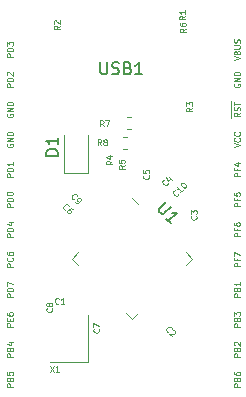
<source format=gbr>
G04 #@! TF.GenerationSoftware,KiCad,Pcbnew,5.1.5+dfsg1-2build2*
G04 #@! TF.CreationDate,2020-11-29T01:09:51-05:00*
G04 #@! TF.ProjectId,goldfish,676f6c64-6669-4736-982e-6b696361645f,rev?*
G04 #@! TF.SameCoordinates,Original*
G04 #@! TF.FileFunction,Legend,Top*
G04 #@! TF.FilePolarity,Positive*
%FSLAX46Y46*%
G04 Gerber Fmt 4.6, Leading zero omitted, Abs format (unit mm)*
G04 Created by KiCad (PCBNEW 5.1.5+dfsg1-2build2) date 2020-11-29 01:09:51*
%MOMM*%
%LPD*%
G04 APERTURE LIST*
%ADD10C,0.120000*%
%ADD11C,0.125000*%
%ADD12C,0.150000*%
G04 APERTURE END LIST*
D10*
X26945000Y-53750000D02*
X26945000Y-49750000D01*
X23795000Y-53750000D02*
X26945000Y-53750000D01*
X26970000Y-37740000D02*
X24970000Y-37740000D01*
X26970000Y-37740000D02*
X26970000Y-34540000D01*
X24970000Y-34540000D02*
X24970000Y-37740000D01*
X30286267Y-34710000D02*
X29943733Y-34710000D01*
X30286267Y-35730000D02*
X29943733Y-35730000D01*
X30253733Y-34060000D02*
X30596267Y-34060000D01*
X30253733Y-33040000D02*
X30596267Y-33040000D01*
X31212652Y-40407341D02*
X30700000Y-39894689D01*
X30700000Y-50105311D02*
X31212652Y-49592659D01*
X30187348Y-49592659D02*
X30700000Y-50105311D01*
X25594689Y-45000000D02*
X26107341Y-44487348D01*
X26107341Y-45512652D02*
X25594689Y-45000000D01*
X35805311Y-45000000D02*
X35292659Y-45512652D01*
X35292659Y-44487348D02*
X35805311Y-45000000D01*
D11*
X39346190Y-28216666D02*
X39846190Y-28050000D01*
X39346190Y-27883333D01*
X39584285Y-27550000D02*
X39608095Y-27478571D01*
X39631904Y-27454761D01*
X39679523Y-27430952D01*
X39750952Y-27430952D01*
X39798571Y-27454761D01*
X39822380Y-27478571D01*
X39846190Y-27526190D01*
X39846190Y-27716666D01*
X39346190Y-27716666D01*
X39346190Y-27550000D01*
X39370000Y-27502380D01*
X39393809Y-27478571D01*
X39441428Y-27454761D01*
X39489047Y-27454761D01*
X39536666Y-27478571D01*
X39560476Y-27502380D01*
X39584285Y-27550000D01*
X39584285Y-27716666D01*
X39346190Y-27216666D02*
X39750952Y-27216666D01*
X39798571Y-27192857D01*
X39822380Y-27169047D01*
X39846190Y-27121428D01*
X39846190Y-27026190D01*
X39822380Y-26978571D01*
X39798571Y-26954761D01*
X39750952Y-26930952D01*
X39346190Y-26930952D01*
X39822380Y-26716666D02*
X39846190Y-26645238D01*
X39846190Y-26526190D01*
X39822380Y-26478571D01*
X39798571Y-26454761D01*
X39750952Y-26430952D01*
X39703333Y-26430952D01*
X39655714Y-26454761D01*
X39631904Y-26478571D01*
X39608095Y-26526190D01*
X39584285Y-26621428D01*
X39560476Y-26669047D01*
X39536666Y-26692857D01*
X39489047Y-26716666D01*
X39441428Y-26716666D01*
X39393809Y-26692857D01*
X39370000Y-26669047D01*
X39346190Y-26621428D01*
X39346190Y-26502380D01*
X39370000Y-26430952D01*
X39370000Y-30220952D02*
X39346190Y-30268571D01*
X39346190Y-30340000D01*
X39370000Y-30411428D01*
X39417619Y-30459047D01*
X39465238Y-30482857D01*
X39560476Y-30506666D01*
X39631904Y-30506666D01*
X39727142Y-30482857D01*
X39774761Y-30459047D01*
X39822380Y-30411428D01*
X39846190Y-30340000D01*
X39846190Y-30292380D01*
X39822380Y-30220952D01*
X39798571Y-30197142D01*
X39631904Y-30197142D01*
X39631904Y-30292380D01*
X39846190Y-29982857D02*
X39346190Y-29982857D01*
X39846190Y-29697142D01*
X39346190Y-29697142D01*
X39846190Y-29459047D02*
X39346190Y-29459047D01*
X39346190Y-29340000D01*
X39370000Y-29268571D01*
X39417619Y-29220952D01*
X39465238Y-29197142D01*
X39560476Y-29173333D01*
X39631904Y-29173333D01*
X39727142Y-29197142D01*
X39774761Y-29220952D01*
X39822380Y-29268571D01*
X39846190Y-29340000D01*
X39846190Y-29459047D01*
X39097500Y-33058571D02*
X39097500Y-32558571D01*
X39846190Y-32653809D02*
X39608095Y-32820476D01*
X39846190Y-32939523D02*
X39346190Y-32939523D01*
X39346190Y-32749047D01*
X39370000Y-32701428D01*
X39393809Y-32677619D01*
X39441428Y-32653809D01*
X39512857Y-32653809D01*
X39560476Y-32677619D01*
X39584285Y-32701428D01*
X39608095Y-32749047D01*
X39608095Y-32939523D01*
X39097500Y-32558571D02*
X39097500Y-32082380D01*
X39822380Y-32463333D02*
X39846190Y-32391904D01*
X39846190Y-32272857D01*
X39822380Y-32225238D01*
X39798571Y-32201428D01*
X39750952Y-32177619D01*
X39703333Y-32177619D01*
X39655714Y-32201428D01*
X39631904Y-32225238D01*
X39608095Y-32272857D01*
X39584285Y-32368095D01*
X39560476Y-32415714D01*
X39536666Y-32439523D01*
X39489047Y-32463333D01*
X39441428Y-32463333D01*
X39393809Y-32439523D01*
X39370000Y-32415714D01*
X39346190Y-32368095D01*
X39346190Y-32249047D01*
X39370000Y-32177619D01*
X39097500Y-32082380D02*
X39097500Y-31701428D01*
X39346190Y-32034761D02*
X39346190Y-31749047D01*
X39846190Y-31891904D02*
X39346190Y-31891904D01*
X39346190Y-35586666D02*
X39846190Y-35420000D01*
X39346190Y-35253333D01*
X39798571Y-34800952D02*
X39822380Y-34824761D01*
X39846190Y-34896190D01*
X39846190Y-34943809D01*
X39822380Y-35015238D01*
X39774761Y-35062857D01*
X39727142Y-35086666D01*
X39631904Y-35110476D01*
X39560476Y-35110476D01*
X39465238Y-35086666D01*
X39417619Y-35062857D01*
X39370000Y-35015238D01*
X39346190Y-34943809D01*
X39346190Y-34896190D01*
X39370000Y-34824761D01*
X39393809Y-34800952D01*
X39798571Y-34300952D02*
X39822380Y-34324761D01*
X39846190Y-34396190D01*
X39846190Y-34443809D01*
X39822380Y-34515238D01*
X39774761Y-34562857D01*
X39727142Y-34586666D01*
X39631904Y-34610476D01*
X39560476Y-34610476D01*
X39465238Y-34586666D01*
X39417619Y-34562857D01*
X39370000Y-34515238D01*
X39346190Y-34443809D01*
X39346190Y-34396190D01*
X39370000Y-34324761D01*
X39393809Y-34300952D01*
X39846190Y-38043333D02*
X39346190Y-38043333D01*
X39346190Y-37852857D01*
X39370000Y-37805238D01*
X39393809Y-37781428D01*
X39441428Y-37757619D01*
X39512857Y-37757619D01*
X39560476Y-37781428D01*
X39584285Y-37805238D01*
X39608095Y-37852857D01*
X39608095Y-38043333D01*
X39584285Y-37376666D02*
X39584285Y-37543333D01*
X39846190Y-37543333D02*
X39346190Y-37543333D01*
X39346190Y-37305238D01*
X39512857Y-36900476D02*
X39846190Y-36900476D01*
X39322380Y-37019523D02*
X39679523Y-37138571D01*
X39679523Y-36829047D01*
X39846190Y-40583333D02*
X39346190Y-40583333D01*
X39346190Y-40392857D01*
X39370000Y-40345238D01*
X39393809Y-40321428D01*
X39441428Y-40297619D01*
X39512857Y-40297619D01*
X39560476Y-40321428D01*
X39584285Y-40345238D01*
X39608095Y-40392857D01*
X39608095Y-40583333D01*
X39584285Y-39916666D02*
X39584285Y-40083333D01*
X39846190Y-40083333D02*
X39346190Y-40083333D01*
X39346190Y-39845238D01*
X39346190Y-39416666D02*
X39346190Y-39654761D01*
X39584285Y-39678571D01*
X39560476Y-39654761D01*
X39536666Y-39607142D01*
X39536666Y-39488095D01*
X39560476Y-39440476D01*
X39584285Y-39416666D01*
X39631904Y-39392857D01*
X39750952Y-39392857D01*
X39798571Y-39416666D01*
X39822380Y-39440476D01*
X39846190Y-39488095D01*
X39846190Y-39607142D01*
X39822380Y-39654761D01*
X39798571Y-39678571D01*
X39846190Y-43123333D02*
X39346190Y-43123333D01*
X39346190Y-42932857D01*
X39370000Y-42885238D01*
X39393809Y-42861428D01*
X39441428Y-42837619D01*
X39512857Y-42837619D01*
X39560476Y-42861428D01*
X39584285Y-42885238D01*
X39608095Y-42932857D01*
X39608095Y-43123333D01*
X39584285Y-42456666D02*
X39584285Y-42623333D01*
X39846190Y-42623333D02*
X39346190Y-42623333D01*
X39346190Y-42385238D01*
X39346190Y-41980476D02*
X39346190Y-42075714D01*
X39370000Y-42123333D01*
X39393809Y-42147142D01*
X39465238Y-42194761D01*
X39560476Y-42218571D01*
X39750952Y-42218571D01*
X39798571Y-42194761D01*
X39822380Y-42170952D01*
X39846190Y-42123333D01*
X39846190Y-42028095D01*
X39822380Y-41980476D01*
X39798571Y-41956666D01*
X39750952Y-41932857D01*
X39631904Y-41932857D01*
X39584285Y-41956666D01*
X39560476Y-41980476D01*
X39536666Y-42028095D01*
X39536666Y-42123333D01*
X39560476Y-42170952D01*
X39584285Y-42194761D01*
X39631904Y-42218571D01*
X39846190Y-45663333D02*
X39346190Y-45663333D01*
X39346190Y-45472857D01*
X39370000Y-45425238D01*
X39393809Y-45401428D01*
X39441428Y-45377619D01*
X39512857Y-45377619D01*
X39560476Y-45401428D01*
X39584285Y-45425238D01*
X39608095Y-45472857D01*
X39608095Y-45663333D01*
X39584285Y-44996666D02*
X39584285Y-45163333D01*
X39846190Y-45163333D02*
X39346190Y-45163333D01*
X39346190Y-44925238D01*
X39346190Y-44782380D02*
X39346190Y-44449047D01*
X39846190Y-44663333D01*
X39846190Y-48239047D02*
X39346190Y-48239047D01*
X39346190Y-48048571D01*
X39370000Y-48000952D01*
X39393809Y-47977142D01*
X39441428Y-47953333D01*
X39512857Y-47953333D01*
X39560476Y-47977142D01*
X39584285Y-48000952D01*
X39608095Y-48048571D01*
X39608095Y-48239047D01*
X39584285Y-47572380D02*
X39608095Y-47500952D01*
X39631904Y-47477142D01*
X39679523Y-47453333D01*
X39750952Y-47453333D01*
X39798571Y-47477142D01*
X39822380Y-47500952D01*
X39846190Y-47548571D01*
X39846190Y-47739047D01*
X39346190Y-47739047D01*
X39346190Y-47572380D01*
X39370000Y-47524761D01*
X39393809Y-47500952D01*
X39441428Y-47477142D01*
X39489047Y-47477142D01*
X39536666Y-47500952D01*
X39560476Y-47524761D01*
X39584285Y-47572380D01*
X39584285Y-47739047D01*
X39846190Y-46977142D02*
X39846190Y-47262857D01*
X39846190Y-47120000D02*
X39346190Y-47120000D01*
X39417619Y-47167619D01*
X39465238Y-47215238D01*
X39489047Y-47262857D01*
X39846190Y-50779047D02*
X39346190Y-50779047D01*
X39346190Y-50588571D01*
X39370000Y-50540952D01*
X39393809Y-50517142D01*
X39441428Y-50493333D01*
X39512857Y-50493333D01*
X39560476Y-50517142D01*
X39584285Y-50540952D01*
X39608095Y-50588571D01*
X39608095Y-50779047D01*
X39584285Y-50112380D02*
X39608095Y-50040952D01*
X39631904Y-50017142D01*
X39679523Y-49993333D01*
X39750952Y-49993333D01*
X39798571Y-50017142D01*
X39822380Y-50040952D01*
X39846190Y-50088571D01*
X39846190Y-50279047D01*
X39346190Y-50279047D01*
X39346190Y-50112380D01*
X39370000Y-50064761D01*
X39393809Y-50040952D01*
X39441428Y-50017142D01*
X39489047Y-50017142D01*
X39536666Y-50040952D01*
X39560476Y-50064761D01*
X39584285Y-50112380D01*
X39584285Y-50279047D01*
X39346190Y-49826666D02*
X39346190Y-49517142D01*
X39536666Y-49683809D01*
X39536666Y-49612380D01*
X39560476Y-49564761D01*
X39584285Y-49540952D01*
X39631904Y-49517142D01*
X39750952Y-49517142D01*
X39798571Y-49540952D01*
X39822380Y-49564761D01*
X39846190Y-49612380D01*
X39846190Y-49755238D01*
X39822380Y-49802857D01*
X39798571Y-49826666D01*
X39846190Y-55859047D02*
X39346190Y-55859047D01*
X39346190Y-55668571D01*
X39370000Y-55620952D01*
X39393809Y-55597142D01*
X39441428Y-55573333D01*
X39512857Y-55573333D01*
X39560476Y-55597142D01*
X39584285Y-55620952D01*
X39608095Y-55668571D01*
X39608095Y-55859047D01*
X39584285Y-55192380D02*
X39608095Y-55120952D01*
X39631904Y-55097142D01*
X39679523Y-55073333D01*
X39750952Y-55073333D01*
X39798571Y-55097142D01*
X39822380Y-55120952D01*
X39846190Y-55168571D01*
X39846190Y-55359047D01*
X39346190Y-55359047D01*
X39346190Y-55192380D01*
X39370000Y-55144761D01*
X39393809Y-55120952D01*
X39441428Y-55097142D01*
X39489047Y-55097142D01*
X39536666Y-55120952D01*
X39560476Y-55144761D01*
X39584285Y-55192380D01*
X39584285Y-55359047D01*
X39346190Y-54644761D02*
X39346190Y-54740000D01*
X39370000Y-54787619D01*
X39393809Y-54811428D01*
X39465238Y-54859047D01*
X39560476Y-54882857D01*
X39750952Y-54882857D01*
X39798571Y-54859047D01*
X39822380Y-54835238D01*
X39846190Y-54787619D01*
X39846190Y-54692380D01*
X39822380Y-54644761D01*
X39798571Y-54620952D01*
X39750952Y-54597142D01*
X39631904Y-54597142D01*
X39584285Y-54620952D01*
X39560476Y-54644761D01*
X39536666Y-54692380D01*
X39536666Y-54787619D01*
X39560476Y-54835238D01*
X39584285Y-54859047D01*
X39631904Y-54882857D01*
X39846190Y-53319047D02*
X39346190Y-53319047D01*
X39346190Y-53128571D01*
X39370000Y-53080952D01*
X39393809Y-53057142D01*
X39441428Y-53033333D01*
X39512857Y-53033333D01*
X39560476Y-53057142D01*
X39584285Y-53080952D01*
X39608095Y-53128571D01*
X39608095Y-53319047D01*
X39584285Y-52652380D02*
X39608095Y-52580952D01*
X39631904Y-52557142D01*
X39679523Y-52533333D01*
X39750952Y-52533333D01*
X39798571Y-52557142D01*
X39822380Y-52580952D01*
X39846190Y-52628571D01*
X39846190Y-52819047D01*
X39346190Y-52819047D01*
X39346190Y-52652380D01*
X39370000Y-52604761D01*
X39393809Y-52580952D01*
X39441428Y-52557142D01*
X39489047Y-52557142D01*
X39536666Y-52580952D01*
X39560476Y-52604761D01*
X39584285Y-52652380D01*
X39584285Y-52819047D01*
X39393809Y-52342857D02*
X39370000Y-52319047D01*
X39346190Y-52271428D01*
X39346190Y-52152380D01*
X39370000Y-52104761D01*
X39393809Y-52080952D01*
X39441428Y-52057142D01*
X39489047Y-52057142D01*
X39560476Y-52080952D01*
X39846190Y-52366666D01*
X39846190Y-52057142D01*
X23745238Y-54066190D02*
X24078571Y-54566190D01*
X24078571Y-54066190D02*
X23745238Y-54566190D01*
X24530952Y-54566190D02*
X24245238Y-54566190D01*
X24388095Y-54566190D02*
X24388095Y-54066190D01*
X24340476Y-54137619D01*
X24292857Y-54185238D01*
X24245238Y-54209047D01*
D12*
X24422380Y-36278095D02*
X23422380Y-36278095D01*
X23422380Y-36040000D01*
X23470000Y-35897142D01*
X23565238Y-35801904D01*
X23660476Y-35754285D01*
X23850952Y-35706666D01*
X23993809Y-35706666D01*
X24184285Y-35754285D01*
X24279523Y-35801904D01*
X24374761Y-35897142D01*
X24422380Y-36040000D01*
X24422380Y-36278095D01*
X24422380Y-34754285D02*
X24422380Y-35325714D01*
X24422380Y-35040000D02*
X23422380Y-35040000D01*
X23565238Y-35135238D01*
X23660476Y-35230476D01*
X23708095Y-35325714D01*
X28021904Y-28382380D02*
X28021904Y-29191904D01*
X28069523Y-29287142D01*
X28117142Y-29334761D01*
X28212380Y-29382380D01*
X28402857Y-29382380D01*
X28498095Y-29334761D01*
X28545714Y-29287142D01*
X28593333Y-29191904D01*
X28593333Y-28382380D01*
X29021904Y-29334761D02*
X29164761Y-29382380D01*
X29402857Y-29382380D01*
X29498095Y-29334761D01*
X29545714Y-29287142D01*
X29593333Y-29191904D01*
X29593333Y-29096666D01*
X29545714Y-29001428D01*
X29498095Y-28953809D01*
X29402857Y-28906190D01*
X29212380Y-28858571D01*
X29117142Y-28810952D01*
X29069523Y-28763333D01*
X29021904Y-28668095D01*
X29021904Y-28572857D01*
X29069523Y-28477619D01*
X29117142Y-28430000D01*
X29212380Y-28382380D01*
X29450476Y-28382380D01*
X29593333Y-28430000D01*
X30355238Y-28858571D02*
X30498095Y-28906190D01*
X30545714Y-28953809D01*
X30593333Y-29049047D01*
X30593333Y-29191904D01*
X30545714Y-29287142D01*
X30498095Y-29334761D01*
X30402857Y-29382380D01*
X30021904Y-29382380D01*
X30021904Y-28382380D01*
X30355238Y-28382380D01*
X30450476Y-28430000D01*
X30498095Y-28477619D01*
X30545714Y-28572857D01*
X30545714Y-28668095D01*
X30498095Y-28763333D01*
X30450476Y-28810952D01*
X30355238Y-28858571D01*
X30021904Y-28858571D01*
X31545714Y-29382380D02*
X30974285Y-29382380D01*
X31260000Y-29382380D02*
X31260000Y-28382380D01*
X31164761Y-28525238D01*
X31069523Y-28620476D01*
X30974285Y-28668095D01*
D11*
X28086666Y-35406190D02*
X27920000Y-35168095D01*
X27800952Y-35406190D02*
X27800952Y-34906190D01*
X27991428Y-34906190D01*
X28039047Y-34930000D01*
X28062857Y-34953809D01*
X28086666Y-35001428D01*
X28086666Y-35072857D01*
X28062857Y-35120476D01*
X28039047Y-35144285D01*
X27991428Y-35168095D01*
X27800952Y-35168095D01*
X28372380Y-35120476D02*
X28324761Y-35096666D01*
X28300952Y-35072857D01*
X28277142Y-35025238D01*
X28277142Y-35001428D01*
X28300952Y-34953809D01*
X28324761Y-34930000D01*
X28372380Y-34906190D01*
X28467619Y-34906190D01*
X28515238Y-34930000D01*
X28539047Y-34953809D01*
X28562857Y-35001428D01*
X28562857Y-35025238D01*
X28539047Y-35072857D01*
X28515238Y-35096666D01*
X28467619Y-35120476D01*
X28372380Y-35120476D01*
X28324761Y-35144285D01*
X28300952Y-35168095D01*
X28277142Y-35215714D01*
X28277142Y-35310952D01*
X28300952Y-35358571D01*
X28324761Y-35382380D01*
X28372380Y-35406190D01*
X28467619Y-35406190D01*
X28515238Y-35382380D01*
X28539047Y-35358571D01*
X28562857Y-35310952D01*
X28562857Y-35215714D01*
X28539047Y-35168095D01*
X28515238Y-35144285D01*
X28467619Y-35120476D01*
X28286666Y-33806190D02*
X28120000Y-33568095D01*
X28000952Y-33806190D02*
X28000952Y-33306190D01*
X28191428Y-33306190D01*
X28239047Y-33330000D01*
X28262857Y-33353809D01*
X28286666Y-33401428D01*
X28286666Y-33472857D01*
X28262857Y-33520476D01*
X28239047Y-33544285D01*
X28191428Y-33568095D01*
X28000952Y-33568095D01*
X28453333Y-33306190D02*
X28786666Y-33306190D01*
X28572380Y-33806190D01*
X20606190Y-55859047D02*
X20106190Y-55859047D01*
X20106190Y-55668571D01*
X20130000Y-55620952D01*
X20153809Y-55597142D01*
X20201428Y-55573333D01*
X20272857Y-55573333D01*
X20320476Y-55597142D01*
X20344285Y-55620952D01*
X20368095Y-55668571D01*
X20368095Y-55859047D01*
X20344285Y-55192380D02*
X20368095Y-55120952D01*
X20391904Y-55097142D01*
X20439523Y-55073333D01*
X20510952Y-55073333D01*
X20558571Y-55097142D01*
X20582380Y-55120952D01*
X20606190Y-55168571D01*
X20606190Y-55359047D01*
X20106190Y-55359047D01*
X20106190Y-55192380D01*
X20130000Y-55144761D01*
X20153809Y-55120952D01*
X20201428Y-55097142D01*
X20249047Y-55097142D01*
X20296666Y-55120952D01*
X20320476Y-55144761D01*
X20344285Y-55192380D01*
X20344285Y-55359047D01*
X20106190Y-54620952D02*
X20106190Y-54859047D01*
X20344285Y-54882857D01*
X20320476Y-54859047D01*
X20296666Y-54811428D01*
X20296666Y-54692380D01*
X20320476Y-54644761D01*
X20344285Y-54620952D01*
X20391904Y-54597142D01*
X20510952Y-54597142D01*
X20558571Y-54620952D01*
X20582380Y-54644761D01*
X20606190Y-54692380D01*
X20606190Y-54811428D01*
X20582380Y-54859047D01*
X20558571Y-54882857D01*
X20606190Y-53319047D02*
X20106190Y-53319047D01*
X20106190Y-53128571D01*
X20130000Y-53080952D01*
X20153809Y-53057142D01*
X20201428Y-53033333D01*
X20272857Y-53033333D01*
X20320476Y-53057142D01*
X20344285Y-53080952D01*
X20368095Y-53128571D01*
X20368095Y-53319047D01*
X20344285Y-52652380D02*
X20368095Y-52580952D01*
X20391904Y-52557142D01*
X20439523Y-52533333D01*
X20510952Y-52533333D01*
X20558571Y-52557142D01*
X20582380Y-52580952D01*
X20606190Y-52628571D01*
X20606190Y-52819047D01*
X20106190Y-52819047D01*
X20106190Y-52652380D01*
X20130000Y-52604761D01*
X20153809Y-52580952D01*
X20201428Y-52557142D01*
X20249047Y-52557142D01*
X20296666Y-52580952D01*
X20320476Y-52604761D01*
X20344285Y-52652380D01*
X20344285Y-52819047D01*
X20272857Y-52104761D02*
X20606190Y-52104761D01*
X20082380Y-52223809D02*
X20439523Y-52342857D01*
X20439523Y-52033333D01*
X20606190Y-50755238D02*
X20106190Y-50755238D01*
X20106190Y-50564761D01*
X20130000Y-50517142D01*
X20153809Y-50493333D01*
X20201428Y-50469523D01*
X20272857Y-50469523D01*
X20320476Y-50493333D01*
X20344285Y-50517142D01*
X20368095Y-50564761D01*
X20368095Y-50755238D01*
X20344285Y-50255238D02*
X20344285Y-50088571D01*
X20606190Y-50017142D02*
X20606190Y-50255238D01*
X20106190Y-50255238D01*
X20106190Y-50017142D01*
X20106190Y-49588571D02*
X20106190Y-49683809D01*
X20130000Y-49731428D01*
X20153809Y-49755238D01*
X20225238Y-49802857D01*
X20320476Y-49826666D01*
X20510952Y-49826666D01*
X20558571Y-49802857D01*
X20582380Y-49779047D01*
X20606190Y-49731428D01*
X20606190Y-49636190D01*
X20582380Y-49588571D01*
X20558571Y-49564761D01*
X20510952Y-49540952D01*
X20391904Y-49540952D01*
X20344285Y-49564761D01*
X20320476Y-49588571D01*
X20296666Y-49636190D01*
X20296666Y-49731428D01*
X20320476Y-49779047D01*
X20344285Y-49802857D01*
X20391904Y-49826666D01*
X20606190Y-48239047D02*
X20106190Y-48239047D01*
X20106190Y-48048571D01*
X20130000Y-48000952D01*
X20153809Y-47977142D01*
X20201428Y-47953333D01*
X20272857Y-47953333D01*
X20320476Y-47977142D01*
X20344285Y-48000952D01*
X20368095Y-48048571D01*
X20368095Y-48239047D01*
X20606190Y-47739047D02*
X20106190Y-47739047D01*
X20106190Y-47620000D01*
X20130000Y-47548571D01*
X20177619Y-47500952D01*
X20225238Y-47477142D01*
X20320476Y-47453333D01*
X20391904Y-47453333D01*
X20487142Y-47477142D01*
X20534761Y-47500952D01*
X20582380Y-47548571D01*
X20606190Y-47620000D01*
X20606190Y-47739047D01*
X20106190Y-47286666D02*
X20106190Y-46953333D01*
X20606190Y-47167619D01*
X20606190Y-45699047D02*
X20106190Y-45699047D01*
X20106190Y-45508571D01*
X20130000Y-45460952D01*
X20153809Y-45437142D01*
X20201428Y-45413333D01*
X20272857Y-45413333D01*
X20320476Y-45437142D01*
X20344285Y-45460952D01*
X20368095Y-45508571D01*
X20368095Y-45699047D01*
X20558571Y-44913333D02*
X20582380Y-44937142D01*
X20606190Y-45008571D01*
X20606190Y-45056190D01*
X20582380Y-45127619D01*
X20534761Y-45175238D01*
X20487142Y-45199047D01*
X20391904Y-45222857D01*
X20320476Y-45222857D01*
X20225238Y-45199047D01*
X20177619Y-45175238D01*
X20130000Y-45127619D01*
X20106190Y-45056190D01*
X20106190Y-45008571D01*
X20130000Y-44937142D01*
X20153809Y-44913333D01*
X20106190Y-44484761D02*
X20106190Y-44580000D01*
X20130000Y-44627619D01*
X20153809Y-44651428D01*
X20225238Y-44699047D01*
X20320476Y-44722857D01*
X20510952Y-44722857D01*
X20558571Y-44699047D01*
X20582380Y-44675238D01*
X20606190Y-44627619D01*
X20606190Y-44532380D01*
X20582380Y-44484761D01*
X20558571Y-44460952D01*
X20510952Y-44437142D01*
X20391904Y-44437142D01*
X20344285Y-44460952D01*
X20320476Y-44484761D01*
X20296666Y-44532380D01*
X20296666Y-44627619D01*
X20320476Y-44675238D01*
X20344285Y-44699047D01*
X20391904Y-44722857D01*
X20606190Y-43159047D02*
X20106190Y-43159047D01*
X20106190Y-42968571D01*
X20130000Y-42920952D01*
X20153809Y-42897142D01*
X20201428Y-42873333D01*
X20272857Y-42873333D01*
X20320476Y-42897142D01*
X20344285Y-42920952D01*
X20368095Y-42968571D01*
X20368095Y-43159047D01*
X20606190Y-42659047D02*
X20106190Y-42659047D01*
X20106190Y-42540000D01*
X20130000Y-42468571D01*
X20177619Y-42420952D01*
X20225238Y-42397142D01*
X20320476Y-42373333D01*
X20391904Y-42373333D01*
X20487142Y-42397142D01*
X20534761Y-42420952D01*
X20582380Y-42468571D01*
X20606190Y-42540000D01*
X20606190Y-42659047D01*
X20272857Y-41944761D02*
X20606190Y-41944761D01*
X20082380Y-42063809D02*
X20439523Y-42182857D01*
X20439523Y-41873333D01*
X20606190Y-40619047D02*
X20106190Y-40619047D01*
X20106190Y-40428571D01*
X20130000Y-40380952D01*
X20153809Y-40357142D01*
X20201428Y-40333333D01*
X20272857Y-40333333D01*
X20320476Y-40357142D01*
X20344285Y-40380952D01*
X20368095Y-40428571D01*
X20368095Y-40619047D01*
X20606190Y-40119047D02*
X20106190Y-40119047D01*
X20106190Y-40000000D01*
X20130000Y-39928571D01*
X20177619Y-39880952D01*
X20225238Y-39857142D01*
X20320476Y-39833333D01*
X20391904Y-39833333D01*
X20487142Y-39857142D01*
X20534761Y-39880952D01*
X20582380Y-39928571D01*
X20606190Y-40000000D01*
X20606190Y-40119047D01*
X20106190Y-39523809D02*
X20106190Y-39476190D01*
X20130000Y-39428571D01*
X20153809Y-39404761D01*
X20201428Y-39380952D01*
X20296666Y-39357142D01*
X20415714Y-39357142D01*
X20510952Y-39380952D01*
X20558571Y-39404761D01*
X20582380Y-39428571D01*
X20606190Y-39476190D01*
X20606190Y-39523809D01*
X20582380Y-39571428D01*
X20558571Y-39595238D01*
X20510952Y-39619047D01*
X20415714Y-39642857D01*
X20296666Y-39642857D01*
X20201428Y-39619047D01*
X20153809Y-39595238D01*
X20130000Y-39571428D01*
X20106190Y-39523809D01*
X20606190Y-38079047D02*
X20106190Y-38079047D01*
X20106190Y-37888571D01*
X20130000Y-37840952D01*
X20153809Y-37817142D01*
X20201428Y-37793333D01*
X20272857Y-37793333D01*
X20320476Y-37817142D01*
X20344285Y-37840952D01*
X20368095Y-37888571D01*
X20368095Y-38079047D01*
X20606190Y-37579047D02*
X20106190Y-37579047D01*
X20106190Y-37460000D01*
X20130000Y-37388571D01*
X20177619Y-37340952D01*
X20225238Y-37317142D01*
X20320476Y-37293333D01*
X20391904Y-37293333D01*
X20487142Y-37317142D01*
X20534761Y-37340952D01*
X20582380Y-37388571D01*
X20606190Y-37460000D01*
X20606190Y-37579047D01*
X20606190Y-36817142D02*
X20606190Y-37102857D01*
X20606190Y-36960000D02*
X20106190Y-36960000D01*
X20177619Y-37007619D01*
X20225238Y-37055238D01*
X20249047Y-37102857D01*
X20130000Y-32760952D02*
X20106190Y-32808571D01*
X20106190Y-32880000D01*
X20130000Y-32951428D01*
X20177619Y-32999047D01*
X20225238Y-33022857D01*
X20320476Y-33046666D01*
X20391904Y-33046666D01*
X20487142Y-33022857D01*
X20534761Y-32999047D01*
X20582380Y-32951428D01*
X20606190Y-32880000D01*
X20606190Y-32832380D01*
X20582380Y-32760952D01*
X20558571Y-32737142D01*
X20391904Y-32737142D01*
X20391904Y-32832380D01*
X20606190Y-32522857D02*
X20106190Y-32522857D01*
X20606190Y-32237142D01*
X20106190Y-32237142D01*
X20606190Y-31999047D02*
X20106190Y-31999047D01*
X20106190Y-31880000D01*
X20130000Y-31808571D01*
X20177619Y-31760952D01*
X20225238Y-31737142D01*
X20320476Y-31713333D01*
X20391904Y-31713333D01*
X20487142Y-31737142D01*
X20534761Y-31760952D01*
X20582380Y-31808571D01*
X20606190Y-31880000D01*
X20606190Y-31999047D01*
X20130000Y-35300952D02*
X20106190Y-35348571D01*
X20106190Y-35420000D01*
X20130000Y-35491428D01*
X20177619Y-35539047D01*
X20225238Y-35562857D01*
X20320476Y-35586666D01*
X20391904Y-35586666D01*
X20487142Y-35562857D01*
X20534761Y-35539047D01*
X20582380Y-35491428D01*
X20606190Y-35420000D01*
X20606190Y-35372380D01*
X20582380Y-35300952D01*
X20558571Y-35277142D01*
X20391904Y-35277142D01*
X20391904Y-35372380D01*
X20606190Y-35062857D02*
X20106190Y-35062857D01*
X20606190Y-34777142D01*
X20106190Y-34777142D01*
X20606190Y-34539047D02*
X20106190Y-34539047D01*
X20106190Y-34420000D01*
X20130000Y-34348571D01*
X20177619Y-34300952D01*
X20225238Y-34277142D01*
X20320476Y-34253333D01*
X20391904Y-34253333D01*
X20487142Y-34277142D01*
X20534761Y-34300952D01*
X20582380Y-34348571D01*
X20606190Y-34420000D01*
X20606190Y-34539047D01*
X20606190Y-30459047D02*
X20106190Y-30459047D01*
X20106190Y-30268571D01*
X20130000Y-30220952D01*
X20153809Y-30197142D01*
X20201428Y-30173333D01*
X20272857Y-30173333D01*
X20320476Y-30197142D01*
X20344285Y-30220952D01*
X20368095Y-30268571D01*
X20368095Y-30459047D01*
X20606190Y-29959047D02*
X20106190Y-29959047D01*
X20106190Y-29840000D01*
X20130000Y-29768571D01*
X20177619Y-29720952D01*
X20225238Y-29697142D01*
X20320476Y-29673333D01*
X20391904Y-29673333D01*
X20487142Y-29697142D01*
X20534761Y-29720952D01*
X20582380Y-29768571D01*
X20606190Y-29840000D01*
X20606190Y-29959047D01*
X20153809Y-29482857D02*
X20130000Y-29459047D01*
X20106190Y-29411428D01*
X20106190Y-29292380D01*
X20130000Y-29244761D01*
X20153809Y-29220952D01*
X20201428Y-29197142D01*
X20249047Y-29197142D01*
X20320476Y-29220952D01*
X20606190Y-29506666D01*
X20606190Y-29197142D01*
X20606190Y-27919047D02*
X20106190Y-27919047D01*
X20106190Y-27728571D01*
X20130000Y-27680952D01*
X20153809Y-27657142D01*
X20201428Y-27633333D01*
X20272857Y-27633333D01*
X20320476Y-27657142D01*
X20344285Y-27680952D01*
X20368095Y-27728571D01*
X20368095Y-27919047D01*
X20606190Y-27419047D02*
X20106190Y-27419047D01*
X20106190Y-27300000D01*
X20130000Y-27228571D01*
X20177619Y-27180952D01*
X20225238Y-27157142D01*
X20320476Y-27133333D01*
X20391904Y-27133333D01*
X20487142Y-27157142D01*
X20534761Y-27180952D01*
X20582380Y-27228571D01*
X20606190Y-27300000D01*
X20606190Y-27419047D01*
X20106190Y-26966666D02*
X20106190Y-26657142D01*
X20296666Y-26823809D01*
X20296666Y-26752380D01*
X20320476Y-26704761D01*
X20344285Y-26680952D01*
X20391904Y-26657142D01*
X20510952Y-26657142D01*
X20558571Y-26680952D01*
X20582380Y-26704761D01*
X20606190Y-26752380D01*
X20606190Y-26895238D01*
X20582380Y-26942857D01*
X20558571Y-26966666D01*
X35796190Y-32233333D02*
X35558095Y-32400000D01*
X35796190Y-32519047D02*
X35296190Y-32519047D01*
X35296190Y-32328571D01*
X35320000Y-32280952D01*
X35343809Y-32257142D01*
X35391428Y-32233333D01*
X35462857Y-32233333D01*
X35510476Y-32257142D01*
X35534285Y-32280952D01*
X35558095Y-32328571D01*
X35558095Y-32519047D01*
X35296190Y-32066666D02*
X35296190Y-31757142D01*
X35486666Y-31923809D01*
X35486666Y-31852380D01*
X35510476Y-31804761D01*
X35534285Y-31780952D01*
X35581904Y-31757142D01*
X35700952Y-31757142D01*
X35748571Y-31780952D01*
X35772380Y-31804761D01*
X35796190Y-31852380D01*
X35796190Y-31995238D01*
X35772380Y-32042857D01*
X35748571Y-32066666D01*
D12*
X33558477Y-40204026D02*
X32986057Y-40776446D01*
X32952385Y-40877461D01*
X32952385Y-40944805D01*
X32986057Y-41045820D01*
X33120744Y-41180507D01*
X33221759Y-41214179D01*
X33289103Y-41214179D01*
X33390118Y-41180507D01*
X33962538Y-40608087D01*
X33962538Y-42022301D02*
X33558477Y-41618240D01*
X33760507Y-41820270D02*
X34467614Y-41113164D01*
X34299255Y-41146835D01*
X34164568Y-41146835D01*
X34063553Y-41113164D01*
D11*
X35251190Y-25523333D02*
X35013095Y-25690000D01*
X35251190Y-25809047D02*
X34751190Y-25809047D01*
X34751190Y-25618571D01*
X34775000Y-25570952D01*
X34798809Y-25547142D01*
X34846428Y-25523333D01*
X34917857Y-25523333D01*
X34965476Y-25547142D01*
X34989285Y-25570952D01*
X35013095Y-25618571D01*
X35013095Y-25809047D01*
X34751190Y-25094761D02*
X34751190Y-25190000D01*
X34775000Y-25237619D01*
X34798809Y-25261428D01*
X34870238Y-25309047D01*
X34965476Y-25332857D01*
X35155952Y-25332857D01*
X35203571Y-25309047D01*
X35227380Y-25285238D01*
X35251190Y-25237619D01*
X35251190Y-25142380D01*
X35227380Y-25094761D01*
X35203571Y-25070952D01*
X35155952Y-25047142D01*
X35036904Y-25047142D01*
X34989285Y-25070952D01*
X34965476Y-25094761D01*
X34941666Y-25142380D01*
X34941666Y-25237619D01*
X34965476Y-25285238D01*
X34989285Y-25309047D01*
X35036904Y-25332857D01*
X30076190Y-37103333D02*
X29838095Y-37270000D01*
X30076190Y-37389047D02*
X29576190Y-37389047D01*
X29576190Y-37198571D01*
X29600000Y-37150952D01*
X29623809Y-37127142D01*
X29671428Y-37103333D01*
X29742857Y-37103333D01*
X29790476Y-37127142D01*
X29814285Y-37150952D01*
X29838095Y-37198571D01*
X29838095Y-37389047D01*
X29576190Y-36650952D02*
X29576190Y-36889047D01*
X29814285Y-36912857D01*
X29790476Y-36889047D01*
X29766666Y-36841428D01*
X29766666Y-36722380D01*
X29790476Y-36674761D01*
X29814285Y-36650952D01*
X29861904Y-36627142D01*
X29980952Y-36627142D01*
X30028571Y-36650952D01*
X30052380Y-36674761D01*
X30076190Y-36722380D01*
X30076190Y-36841428D01*
X30052380Y-36889047D01*
X30028571Y-36912857D01*
X29036190Y-36723333D02*
X28798095Y-36890000D01*
X29036190Y-37009047D02*
X28536190Y-37009047D01*
X28536190Y-36818571D01*
X28560000Y-36770952D01*
X28583809Y-36747142D01*
X28631428Y-36723333D01*
X28702857Y-36723333D01*
X28750476Y-36747142D01*
X28774285Y-36770952D01*
X28798095Y-36818571D01*
X28798095Y-37009047D01*
X28702857Y-36294761D02*
X29036190Y-36294761D01*
X28512380Y-36413809D02*
X28869523Y-36532857D01*
X28869523Y-36223333D01*
X24581190Y-25303333D02*
X24343095Y-25470000D01*
X24581190Y-25589047D02*
X24081190Y-25589047D01*
X24081190Y-25398571D01*
X24105000Y-25350952D01*
X24128809Y-25327142D01*
X24176428Y-25303333D01*
X24247857Y-25303333D01*
X24295476Y-25327142D01*
X24319285Y-25350952D01*
X24343095Y-25398571D01*
X24343095Y-25589047D01*
X24128809Y-25112857D02*
X24105000Y-25089047D01*
X24081190Y-25041428D01*
X24081190Y-24922380D01*
X24105000Y-24874761D01*
X24128809Y-24850952D01*
X24176428Y-24827142D01*
X24224047Y-24827142D01*
X24295476Y-24850952D01*
X24581190Y-25136666D01*
X24581190Y-24827142D01*
X35201190Y-24463333D02*
X34963095Y-24630000D01*
X35201190Y-24749047D02*
X34701190Y-24749047D01*
X34701190Y-24558571D01*
X34725000Y-24510952D01*
X34748809Y-24487142D01*
X34796428Y-24463333D01*
X34867857Y-24463333D01*
X34915476Y-24487142D01*
X34939285Y-24510952D01*
X34963095Y-24558571D01*
X34963095Y-24749047D01*
X35201190Y-23987142D02*
X35201190Y-24272857D01*
X35201190Y-24130000D02*
X34701190Y-24130000D01*
X34772619Y-24177619D01*
X34820238Y-24225238D01*
X34844047Y-24272857D01*
X34619321Y-39503216D02*
X34619321Y-39536888D01*
X34585649Y-39604231D01*
X34551978Y-39637903D01*
X34484634Y-39671575D01*
X34417291Y-39671575D01*
X34366783Y-39654739D01*
X34282604Y-39604231D01*
X34232096Y-39553724D01*
X34181588Y-39469544D01*
X34164753Y-39419037D01*
X34164753Y-39351693D01*
X34198424Y-39284350D01*
X34232096Y-39250678D01*
X34299440Y-39217006D01*
X34333111Y-39217006D01*
X34989711Y-39200170D02*
X34787680Y-39402201D01*
X34888695Y-39301185D02*
X34535142Y-38947632D01*
X34551978Y-39031811D01*
X34551978Y-39099155D01*
X34535142Y-39149663D01*
X34855024Y-38627750D02*
X34888695Y-38594079D01*
X34939203Y-38577243D01*
X34972875Y-38577243D01*
X35023382Y-38594079D01*
X35107562Y-38644586D01*
X35191741Y-38728766D01*
X35242249Y-38812945D01*
X35259085Y-38863453D01*
X35259085Y-38897124D01*
X35242249Y-38947632D01*
X35208577Y-38981304D01*
X35158069Y-38998140D01*
X35124398Y-38998140D01*
X35073890Y-38981304D01*
X34989711Y-38930796D01*
X34905531Y-38846617D01*
X34855024Y-38762437D01*
X34838188Y-38711930D01*
X34838188Y-38678258D01*
X34855024Y-38627750D01*
X25749292Y-39988399D02*
X25715620Y-39988399D01*
X25648277Y-39954727D01*
X25614605Y-39921056D01*
X25580933Y-39853712D01*
X25580933Y-39786368D01*
X25597769Y-39735861D01*
X25648277Y-39651681D01*
X25698784Y-39601174D01*
X25782964Y-39550666D01*
X25833471Y-39533830D01*
X25900815Y-39533830D01*
X25968158Y-39567502D01*
X26001830Y-39601174D01*
X26035502Y-39668517D01*
X26035502Y-39702189D01*
X25883979Y-40190430D02*
X25951322Y-40257773D01*
X26001830Y-40274609D01*
X26035502Y-40274609D01*
X26119681Y-40257773D01*
X26203861Y-40207265D01*
X26338548Y-40072578D01*
X26355383Y-40022071D01*
X26355383Y-39988399D01*
X26338548Y-39937891D01*
X26271204Y-39870548D01*
X26220696Y-39853712D01*
X26187025Y-39853712D01*
X26136517Y-39870548D01*
X26052338Y-39954727D01*
X26035502Y-40005235D01*
X26035502Y-40038907D01*
X26052338Y-40089414D01*
X26119681Y-40156758D01*
X26170189Y-40173594D01*
X26203861Y-40173594D01*
X26254368Y-40156758D01*
X23893571Y-49213333D02*
X23917380Y-49237142D01*
X23941190Y-49308571D01*
X23941190Y-49356190D01*
X23917380Y-49427619D01*
X23869761Y-49475238D01*
X23822142Y-49499047D01*
X23726904Y-49522857D01*
X23655476Y-49522857D01*
X23560238Y-49499047D01*
X23512619Y-49475238D01*
X23465000Y-49427619D01*
X23441190Y-49356190D01*
X23441190Y-49308571D01*
X23465000Y-49237142D01*
X23488809Y-49213333D01*
X23655476Y-48927619D02*
X23631666Y-48975238D01*
X23607857Y-48999047D01*
X23560238Y-49022857D01*
X23536428Y-49022857D01*
X23488809Y-48999047D01*
X23465000Y-48975238D01*
X23441190Y-48927619D01*
X23441190Y-48832380D01*
X23465000Y-48784761D01*
X23488809Y-48760952D01*
X23536428Y-48737142D01*
X23560238Y-48737142D01*
X23607857Y-48760952D01*
X23631666Y-48784761D01*
X23655476Y-48832380D01*
X23655476Y-48927619D01*
X23679285Y-48975238D01*
X23703095Y-48999047D01*
X23750714Y-49022857D01*
X23845952Y-49022857D01*
X23893571Y-48999047D01*
X23917380Y-48975238D01*
X23941190Y-48927619D01*
X23941190Y-48832380D01*
X23917380Y-48784761D01*
X23893571Y-48760952D01*
X23845952Y-48737142D01*
X23750714Y-48737142D01*
X23703095Y-48760952D01*
X23679285Y-48784761D01*
X23655476Y-48832380D01*
X27868571Y-50958333D02*
X27892380Y-50982142D01*
X27916190Y-51053571D01*
X27916190Y-51101190D01*
X27892380Y-51172619D01*
X27844761Y-51220238D01*
X27797142Y-51244047D01*
X27701904Y-51267857D01*
X27630476Y-51267857D01*
X27535238Y-51244047D01*
X27487619Y-51220238D01*
X27440000Y-51172619D01*
X27416190Y-51101190D01*
X27416190Y-51053571D01*
X27440000Y-50982142D01*
X27463809Y-50958333D01*
X27416190Y-50791666D02*
X27416190Y-50458333D01*
X27916190Y-50672619D01*
X25044852Y-40857391D02*
X25011180Y-40857391D01*
X24943837Y-40823719D01*
X24910165Y-40790048D01*
X24876493Y-40722704D01*
X24876493Y-40655360D01*
X24893329Y-40604853D01*
X24943837Y-40520673D01*
X24994344Y-40470166D01*
X25078524Y-40419658D01*
X25129031Y-40402822D01*
X25196375Y-40402822D01*
X25263718Y-40436494D01*
X25297390Y-40470166D01*
X25331062Y-40537509D01*
X25331062Y-40571181D01*
X25667779Y-40840555D02*
X25600436Y-40773212D01*
X25549928Y-40756376D01*
X25516256Y-40756376D01*
X25432077Y-40773212D01*
X25347898Y-40823719D01*
X25213211Y-40958406D01*
X25196375Y-41008914D01*
X25196375Y-41042586D01*
X25213211Y-41093093D01*
X25280554Y-41160437D01*
X25331062Y-41177273D01*
X25364734Y-41177273D01*
X25415241Y-41160437D01*
X25499421Y-41076257D01*
X25516256Y-41025750D01*
X25516256Y-40992078D01*
X25499421Y-40941570D01*
X25432077Y-40874227D01*
X25381569Y-40857391D01*
X25347898Y-40857391D01*
X25297390Y-40874227D01*
X32098571Y-37953333D02*
X32122380Y-37977142D01*
X32146190Y-38048571D01*
X32146190Y-38096190D01*
X32122380Y-38167619D01*
X32074761Y-38215238D01*
X32027142Y-38239047D01*
X31931904Y-38262857D01*
X31860476Y-38262857D01*
X31765238Y-38239047D01*
X31717619Y-38215238D01*
X31670000Y-38167619D01*
X31646190Y-38096190D01*
X31646190Y-38048571D01*
X31670000Y-37977142D01*
X31693809Y-37953333D01*
X31646190Y-37500952D02*
X31646190Y-37739047D01*
X31884285Y-37762857D01*
X31860476Y-37739047D01*
X31836666Y-37691428D01*
X31836666Y-37572380D01*
X31860476Y-37524761D01*
X31884285Y-37500952D01*
X31931904Y-37477142D01*
X32050952Y-37477142D01*
X32098571Y-37500952D01*
X32122380Y-37524761D01*
X32146190Y-37572380D01*
X32146190Y-37691428D01*
X32122380Y-37739047D01*
X32098571Y-37762857D01*
X33730903Y-38625776D02*
X33730903Y-38659448D01*
X33697231Y-38726791D01*
X33663560Y-38760463D01*
X33596216Y-38794135D01*
X33528872Y-38794135D01*
X33478365Y-38777299D01*
X33394185Y-38726791D01*
X33343678Y-38676284D01*
X33293170Y-38592104D01*
X33276334Y-38541597D01*
X33276334Y-38474253D01*
X33310006Y-38406910D01*
X33343678Y-38373238D01*
X33411021Y-38339566D01*
X33444693Y-38339566D01*
X33831918Y-38120700D02*
X34067621Y-38356402D01*
X33613052Y-38070192D02*
X33781411Y-38406910D01*
X34000277Y-38188043D01*
X36122185Y-41389622D02*
X36145994Y-41413431D01*
X36169804Y-41484860D01*
X36169804Y-41532479D01*
X36145994Y-41603908D01*
X36098375Y-41651527D01*
X36050756Y-41675336D01*
X35955518Y-41699146D01*
X35884090Y-41699146D01*
X35788852Y-41675336D01*
X35741233Y-41651527D01*
X35693614Y-41603908D01*
X35669804Y-41532479D01*
X35669804Y-41484860D01*
X35693614Y-41413431D01*
X35717423Y-41389622D01*
X35669804Y-41222955D02*
X35669804Y-40913431D01*
X35860280Y-41080098D01*
X35860280Y-41008669D01*
X35884090Y-40961050D01*
X35907899Y-40937241D01*
X35955518Y-40913431D01*
X36074566Y-40913431D01*
X36122185Y-40937241D01*
X36145994Y-40961050D01*
X36169804Y-41008669D01*
X36169804Y-41151527D01*
X36145994Y-41199146D01*
X36122185Y-41222955D01*
X33761323Y-51213861D02*
X33727651Y-51213861D01*
X33660308Y-51180189D01*
X33626636Y-51146518D01*
X33592964Y-51079174D01*
X33592964Y-51011830D01*
X33609800Y-50961323D01*
X33660308Y-50877143D01*
X33710815Y-50826636D01*
X33794995Y-50776128D01*
X33845502Y-50759292D01*
X33912846Y-50759292D01*
X33980189Y-50792964D01*
X34013861Y-50826636D01*
X34047533Y-50893979D01*
X34047533Y-50927651D01*
X34182220Y-51062338D02*
X34215892Y-51062338D01*
X34266399Y-51079174D01*
X34350579Y-51163353D01*
X34367414Y-51213861D01*
X34367414Y-51247533D01*
X34350579Y-51298040D01*
X34316907Y-51331712D01*
X34249563Y-51365384D01*
X33845502Y-51365384D01*
X34064369Y-51584250D01*
X24486666Y-48788571D02*
X24462857Y-48812380D01*
X24391428Y-48836190D01*
X24343809Y-48836190D01*
X24272380Y-48812380D01*
X24224761Y-48764761D01*
X24200952Y-48717142D01*
X24177142Y-48621904D01*
X24177142Y-48550476D01*
X24200952Y-48455238D01*
X24224761Y-48407619D01*
X24272380Y-48360000D01*
X24343809Y-48336190D01*
X24391428Y-48336190D01*
X24462857Y-48360000D01*
X24486666Y-48383809D01*
X24962857Y-48836190D02*
X24677142Y-48836190D01*
X24820000Y-48836190D02*
X24820000Y-48336190D01*
X24772380Y-48407619D01*
X24724761Y-48455238D01*
X24677142Y-48479047D01*
M02*

</source>
